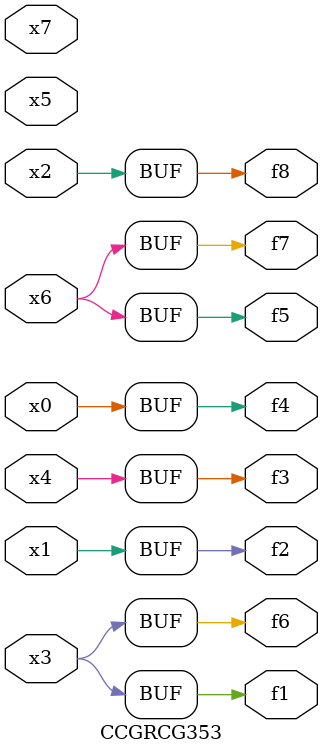
<source format=v>
module CCGRCG353(
	input x0, x1, x2, x3, x4, x5, x6, x7,
	output f1, f2, f3, f4, f5, f6, f7, f8
);
	assign f1 = x3;
	assign f2 = x1;
	assign f3 = x4;
	assign f4 = x0;
	assign f5 = x6;
	assign f6 = x3;
	assign f7 = x6;
	assign f8 = x2;
endmodule

</source>
